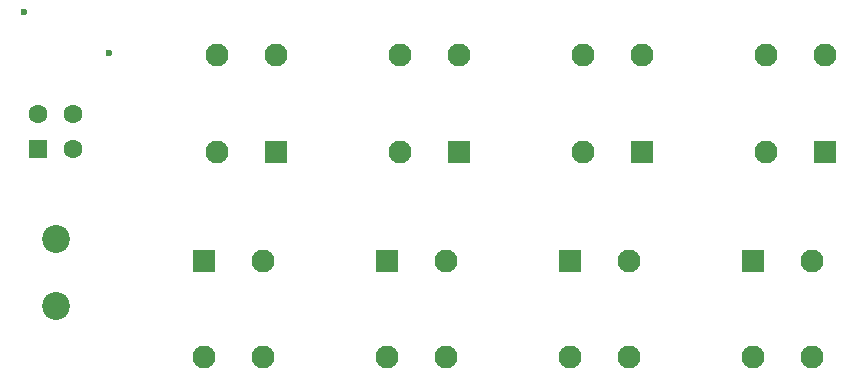
<source format=gbr>
%TF.GenerationSoftware,KiCad,Pcbnew,9.0.3*%
%TF.CreationDate,2025-08-13T11:48:24-07:00*%
%TF.ProjectId,PD Board,50442042-6f61-4726-942e-6b696361645f,rev?*%
%TF.SameCoordinates,Original*%
%TF.FileFunction,Copper,L3,Inr*%
%TF.FilePolarity,Positive*%
%FSLAX46Y46*%
G04 Gerber Fmt 4.6, Leading zero omitted, Abs format (unit mm)*
G04 Created by KiCad (PCBNEW 9.0.3) date 2025-08-13 11:48:24*
%MOMM*%
%LPD*%
G01*
G04 APERTURE LIST*
G04 Aperture macros list*
%AMRoundRect*
0 Rectangle with rounded corners*
0 $1 Rounding radius*
0 $2 $3 $4 $5 $6 $7 $8 $9 X,Y pos of 4 corners*
0 Add a 4 corners polygon primitive as box body*
4,1,4,$2,$3,$4,$5,$6,$7,$8,$9,$2,$3,0*
0 Add four circle primitives for the rounded corners*
1,1,$1+$1,$2,$3*
1,1,$1+$1,$4,$5*
1,1,$1+$1,$6,$7*
1,1,$1+$1,$8,$9*
0 Add four rect primitives between the rounded corners*
20,1,$1+$1,$2,$3,$4,$5,0*
20,1,$1+$1,$4,$5,$6,$7,0*
20,1,$1+$1,$6,$7,$8,$9,0*
20,1,$1+$1,$8,$9,$2,$3,0*%
G04 Aperture macros list end*
%TA.AperFunction,ComponentPad*%
%ADD10R,1.950000X1.950000*%
%TD*%
%TA.AperFunction,ComponentPad*%
%ADD11C,1.950000*%
%TD*%
%TA.AperFunction,ComponentPad*%
%ADD12RoundRect,0.250000X-0.552500X0.552500X-0.552500X-0.552500X0.552500X-0.552500X0.552500X0.552500X0*%
%TD*%
%TA.AperFunction,ComponentPad*%
%ADD13C,1.605000*%
%TD*%
%TA.AperFunction,ComponentPad*%
%ADD14C,2.362200*%
%TD*%
%TA.AperFunction,ViaPad*%
%ADD15C,0.600000*%
%TD*%
G04 APERTURE END LIST*
D10*
%TO.N,GND*%
%TO.C,P7*%
X144330000Y-111780000D03*
D11*
X144330000Y-103580000D03*
%TO.N,+20V*%
X139330000Y-111780000D03*
X139330000Y-103580000D03*
%TD*%
D12*
%TO.N,unconnected-(J1-Pin_1-Pad1)*%
%TO.C,J1*%
X93180000Y-111520000D03*
D13*
%TO.N,+20V*%
X96180000Y-111520000D03*
%TO.N,unconnected-(J1-Pin_3-Pad3)*%
X93180000Y-108520000D03*
%TO.N,GND*%
X96180000Y-108520000D03*
%TD*%
D10*
%TO.N,GND*%
%TO.C,P3*%
X138230000Y-120950000D03*
D11*
X138230000Y-129150000D03*
%TO.N,+20V*%
X143230000Y-120950000D03*
X143230000Y-129150000D03*
%TD*%
D10*
%TO.N,GND*%
%TO.C,P8*%
X159830000Y-111780000D03*
D11*
X159830000Y-103580000D03*
%TO.N,+20V*%
X154830000Y-111780000D03*
X154830000Y-103580000D03*
%TD*%
D14*
%TO.N,+20V*%
%TO.C,M1*%
X94688902Y-124816602D03*
%TO.N,GND*%
X94688902Y-119116598D03*
%TD*%
D10*
%TO.N,GND*%
%TO.C,P4*%
X153730000Y-120950000D03*
D11*
X153730000Y-129150000D03*
%TO.N,+20V*%
X158730000Y-120950000D03*
X158730000Y-129150000D03*
%TD*%
D10*
%TO.N,GND*%
%TO.C,P1*%
X107230000Y-120950000D03*
D11*
X107230000Y-129150000D03*
%TO.N,+20V*%
X112230000Y-120950000D03*
X112230000Y-129150000D03*
%TD*%
D10*
%TO.N,GND*%
%TO.C,P2*%
X122730000Y-120950000D03*
D11*
X122730000Y-129150000D03*
%TO.N,+20V*%
X127730000Y-120950000D03*
X127730000Y-129150000D03*
%TD*%
D10*
%TO.N,GND*%
%TO.C,P6*%
X128830000Y-111780000D03*
D11*
X128830000Y-103580000D03*
%TO.N,+20V*%
X123830000Y-111780000D03*
X123830000Y-103580000D03*
%TD*%
D10*
%TO.N,GND*%
%TO.C,P5*%
X113330000Y-111780000D03*
D11*
X113330000Y-103580000D03*
%TO.N,+20V*%
X108330000Y-111780000D03*
X108330000Y-103580000D03*
%TD*%
D15*
%TO.N,GND*%
X99220000Y-103340000D03*
X91990000Y-99910000D03*
%TD*%
M02*

</source>
